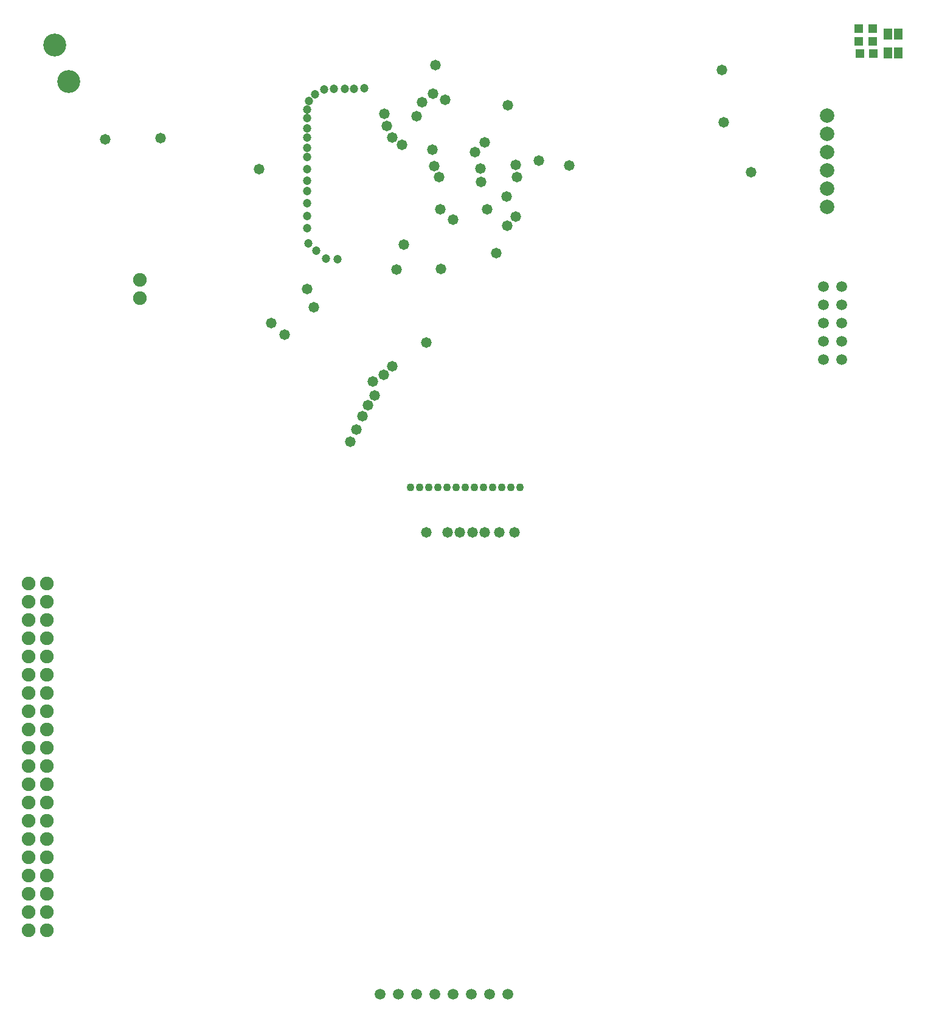
<source format=gbs>
%FSLAX44Y44*%
%MOMM*%
G71*
G01*
G75*
G04 Layer_Color=16711935*
%ADD10R,1.0000X1.0000*%
%ADD11R,1.0000X1.0000*%
%ADD12R,0.5500X1.5000*%
%ADD13R,1.5000X0.5500*%
%ADD14R,2.0000X5.5000*%
%ADD15R,0.7600X1.7800*%
%ADD16R,0.7200X1.7800*%
%ADD17R,4.3000X2.6000*%
%ADD18R,5.7000X5.5000*%
%ADD19C,0.5000*%
%ADD20C,0.3000*%
%ADD21C,2.0000*%
%ADD22C,0.9000*%
%ADD23C,1.4000*%
%ADD24C,0.5400*%
%ADD25C,0.2540*%
%ADD26C,1.0000*%
%ADD27C,0.4000*%
%ADD28C,1.8000*%
%ADD29C,0.9000*%
%ADD30C,1.3000*%
%ADD31C,1.7000*%
%ADD32C,3.0000*%
%ADD33C,1.2700*%
%ADD34C,1.0000*%
%ADD35R,1.0000X1.4000*%
%ADD36R,1.2032X1.2032*%
%ADD37R,1.2032X1.2032*%
%ADD38R,0.7532X1.7032*%
%ADD39R,1.7032X0.7532*%
%ADD40R,2.2032X5.7032*%
%ADD41R,0.9632X1.9832*%
%ADD42R,0.9232X1.9832*%
%ADD43R,4.5032X2.8032*%
%ADD44R,5.9032X5.7032*%
%ADD45C,2.0032*%
%ADD46C,1.1032*%
%ADD47C,1.5032*%
%ADD48C,1.9032*%
%ADD49C,3.2032*%
%ADD50C,1.4732*%
%ADD51C,1.2032*%
%ADD52R,1.2032X1.6032*%
D37*
X1228000Y1389000D02*
D03*
X1247000D02*
D03*
X1228000Y1371000D02*
D03*
X1247000D02*
D03*
X1229000Y1354000D02*
D03*
X1248000D02*
D03*
D45*
X1184000Y1268000D02*
D03*
Y1242600D02*
D03*
Y1217200D02*
D03*
Y1191800D02*
D03*
Y1166400D02*
D03*
Y1141000D02*
D03*
D46*
X756200Y750000D02*
D03*
X730800D02*
D03*
X743500D02*
D03*
X718100D02*
D03*
X705400D02*
D03*
X692700D02*
D03*
X680000D02*
D03*
X667300D02*
D03*
X654600D02*
D03*
X641900D02*
D03*
X629200D02*
D03*
X616500D02*
D03*
X603800D02*
D03*
D47*
X586500Y45000D02*
D03*
X688100D02*
D03*
X662700D02*
D03*
X561100D02*
D03*
X611900D02*
D03*
X637300D02*
D03*
X713500D02*
D03*
X738900D02*
D03*
X1178750Y953500D02*
D03*
X1204150D02*
D03*
X1178750Y978900D02*
D03*
X1204150D02*
D03*
Y1004300D02*
D03*
X1178750D02*
D03*
X1204150Y1029700D02*
D03*
X1178750D02*
D03*
X1204150Y928100D02*
D03*
X1178750D02*
D03*
D48*
X97700Y616300D02*
D03*
X72300D02*
D03*
Y590900D02*
D03*
X97700D02*
D03*
X72300Y565500D02*
D03*
X97700D02*
D03*
X72300Y540100D02*
D03*
X97700D02*
D03*
X72300Y514700D02*
D03*
X97700D02*
D03*
X72300Y489300D02*
D03*
X97700D02*
D03*
X72300Y463900D02*
D03*
X97700D02*
D03*
X72300Y438500D02*
D03*
X97700D02*
D03*
X72300Y413100D02*
D03*
X97700D02*
D03*
Y387700D02*
D03*
X72300D02*
D03*
X97700Y362300D02*
D03*
X72300D02*
D03*
X97700Y336900D02*
D03*
X72300D02*
D03*
X97700Y311500D02*
D03*
X72300D02*
D03*
X97700Y286100D02*
D03*
X72300D02*
D03*
X97700Y260700D02*
D03*
X72300D02*
D03*
X97700Y235300D02*
D03*
X72300D02*
D03*
X97700Y209900D02*
D03*
X72300D02*
D03*
X97700Y184500D02*
D03*
X72300D02*
D03*
X97700Y159100D02*
D03*
X72300D02*
D03*
X97700Y133700D02*
D03*
X72300D02*
D03*
X227000Y1013600D02*
D03*
Y1039000D02*
D03*
D49*
X108000Y1366000D02*
D03*
X128000Y1315000D02*
D03*
D50*
X748000Y688000D02*
D03*
X707000D02*
D03*
X690000D02*
D03*
X672000D02*
D03*
X655000D02*
D03*
X551000Y898000D02*
D03*
X663000Y1123000D02*
D03*
X738000Y1114000D02*
D03*
X710000Y1137000D02*
D03*
X620000Y1286000D02*
D03*
X652000Y1290000D02*
D03*
X635000Y1298000D02*
D03*
X626000Y952000D02*
D03*
X727000Y688000D02*
D03*
X782500Y1205000D02*
D03*
X626000Y688000D02*
D03*
X520000Y814000D02*
D03*
X527999Y830998D02*
D03*
X536999Y848998D02*
D03*
X543999Y864998D02*
D03*
X567000Y1270000D02*
D03*
X566000Y907000D02*
D03*
X593999Y1087998D02*
D03*
X578000Y919000D02*
D03*
X428000Y963000D02*
D03*
X410000Y979000D02*
D03*
X179000Y1235000D02*
D03*
X469000Y1001000D02*
D03*
X460000Y1026000D02*
D03*
X584000Y1053000D02*
D03*
X1037000Y1331000D02*
D03*
X707000Y1230000D02*
D03*
X393000Y1193000D02*
D03*
X702000Y1175000D02*
D03*
X646000Y1054000D02*
D03*
X645000Y1137000D02*
D03*
X612000Y1267000D02*
D03*
X571000Y1253000D02*
D03*
X578150Y1236850D02*
D03*
X592000Y1227000D02*
D03*
X256000Y1236000D02*
D03*
X638000Y1338000D02*
D03*
X1040000Y1258000D02*
D03*
X723000Y1076000D02*
D03*
X701000Y1194000D02*
D03*
X749998Y1126998D02*
D03*
X737000Y1155000D02*
D03*
X750000Y1199000D02*
D03*
X752000Y1182000D02*
D03*
X825000Y1198000D02*
D03*
X693000Y1217000D02*
D03*
X643000Y1182000D02*
D03*
X739000Y1282000D02*
D03*
X637000Y1197000D02*
D03*
X634000Y1220000D02*
D03*
X1078000Y1189000D02*
D03*
X554000Y878000D02*
D03*
D51*
X460000Y1111000D02*
D03*
Y1163000D02*
D03*
Y1128000D02*
D03*
Y1146000D02*
D03*
Y1193000D02*
D03*
X486000Y1069000D02*
D03*
X472000Y1080000D02*
D03*
X502000Y1068000D02*
D03*
X460000Y1223000D02*
D03*
Y1237000D02*
D03*
Y1250000D02*
D03*
Y1264000D02*
D03*
X483000Y1304000D02*
D03*
X539000Y1306000D02*
D03*
X471000Y1297000D02*
D03*
X460000Y1210000D02*
D03*
Y1177000D02*
D03*
X461000Y1090000D02*
D03*
X462000Y1288000D02*
D03*
X460000Y1276000D02*
D03*
X525000Y1305000D02*
D03*
X512500Y1305000D02*
D03*
X497000Y1305000D02*
D03*
D52*
X1268000Y1355000D02*
D03*
X1283000D02*
D03*
Y1381400D02*
D03*
X1268000D02*
D03*
M02*

</source>
